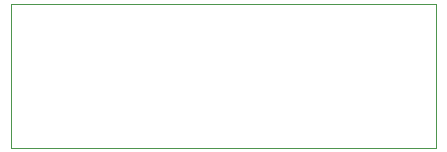
<source format=gbr>
%TF.GenerationSoftware,KiCad,Pcbnew,8.0.0*%
%TF.CreationDate,2024-05-30T16:45:59-06:00*%
%TF.ProjectId,2024_USB_FTDI,32303234-5f55-4534-925f-465444492e6b,rev?*%
%TF.SameCoordinates,Original*%
%TF.FileFunction,Profile,NP*%
%FSLAX46Y46*%
G04 Gerber Fmt 4.6, Leading zero omitted, Abs format (unit mm)*
G04 Created by KiCad (PCBNEW 8.0.0) date 2024-05-30 16:45:59*
%MOMM*%
%LPD*%
G01*
G04 APERTURE LIST*
%TA.AperFunction,Profile*%
%ADD10C,0.050000*%
%TD*%
G04 APERTURE END LIST*
D10*
X111760000Y-46583600D02*
X147760000Y-46583600D01*
X147760000Y-58783600D01*
X111760000Y-58783600D01*
X111760000Y-46583600D01*
M02*

</source>
